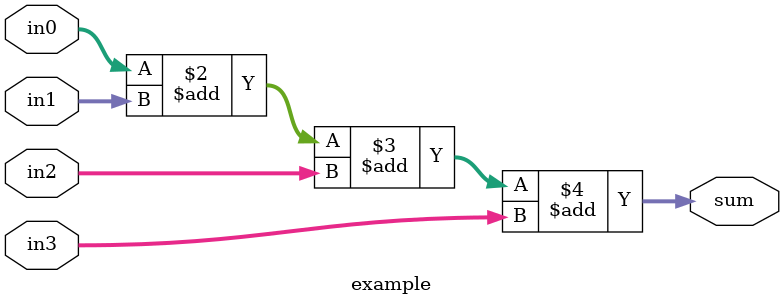
<source format=v>
module example(
    input [15:0] in0, in1, in2, in3,
    output reg [17:0] sum
);
    always @* begin
        sum = in0 + in1 + in2 + in3;
    end
endmodule
</source>
